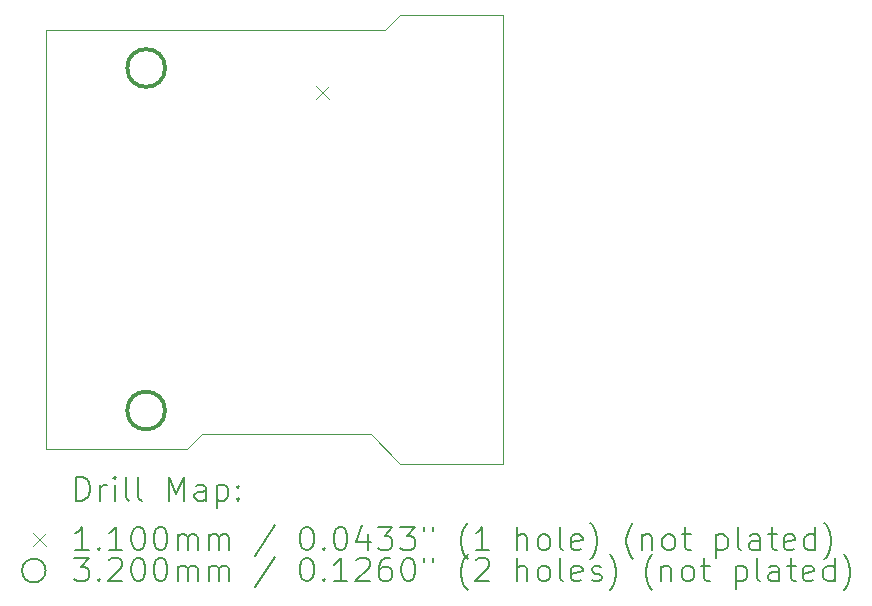
<source format=gbr>
%TF.GenerationSoftware,KiCad,Pcbnew,8.0.1*%
%TF.CreationDate,2024-09-10T20:12:56-04:00*%
%TF.ProjectId,SmartLED_Shield_Breakout,536d6172-744c-4454-945f-536869656c64,1.1*%
%TF.SameCoordinates,Original*%
%TF.FileFunction,Drillmap*%
%TF.FilePolarity,Positive*%
%FSLAX45Y45*%
G04 Gerber Fmt 4.5, Leading zero omitted, Abs format (unit mm)*
G04 Created by KiCad (PCBNEW 8.0.1) date 2024-09-10 20:12:56*
%MOMM*%
%LPD*%
G01*
G04 APERTURE LIST*
%ADD10C,0.025400*%
%ADD11C,0.200000*%
%ADD12C,0.110000*%
%ADD13C,0.320000*%
G04 APERTURE END LIST*
D10*
X15250000Y-9075001D02*
X13575000Y-9075000D01*
X15375000Y-12750000D02*
X16249999Y-12750000D01*
X13575000Y-12625000D02*
X13700000Y-12500000D01*
X12375000Y-9075000D02*
X12375000Y-12625000D01*
X15125000Y-12500000D02*
X15375000Y-12750000D01*
X13575000Y-9075000D02*
X12375000Y-9075000D01*
X13700000Y-12500000D02*
X15125000Y-12500000D01*
X16249999Y-12750000D02*
X16250000Y-8950001D01*
X16250000Y-8950001D02*
X15375000Y-8950001D01*
X12375000Y-12625000D02*
X13575000Y-12625000D01*
X15375000Y-8950001D02*
X15250000Y-9075001D01*
D11*
D12*
X14662800Y-9549400D02*
X14772800Y-9659400D01*
X14772800Y-9549400D02*
X14662800Y-9659400D01*
D13*
X13385000Y-9400000D02*
G75*
G02*
X13065000Y-9400000I-160000J0D01*
G01*
X13065000Y-9400000D02*
G75*
G02*
X13385000Y-9400000I160000J0D01*
G01*
X13385000Y-12300000D02*
G75*
G02*
X13065000Y-12300000I-160000J0D01*
G01*
X13065000Y-12300000D02*
G75*
G02*
X13385000Y-12300000I160000J0D01*
G01*
D11*
X12634507Y-13062754D02*
X12634507Y-12862754D01*
X12634507Y-12862754D02*
X12682126Y-12862754D01*
X12682126Y-12862754D02*
X12710697Y-12872278D01*
X12710697Y-12872278D02*
X12729745Y-12891325D01*
X12729745Y-12891325D02*
X12739269Y-12910373D01*
X12739269Y-12910373D02*
X12748792Y-12948468D01*
X12748792Y-12948468D02*
X12748792Y-12977039D01*
X12748792Y-12977039D02*
X12739269Y-13015135D01*
X12739269Y-13015135D02*
X12729745Y-13034182D01*
X12729745Y-13034182D02*
X12710697Y-13053230D01*
X12710697Y-13053230D02*
X12682126Y-13062754D01*
X12682126Y-13062754D02*
X12634507Y-13062754D01*
X12834507Y-13062754D02*
X12834507Y-12929420D01*
X12834507Y-12967516D02*
X12844031Y-12948468D01*
X12844031Y-12948468D02*
X12853554Y-12938944D01*
X12853554Y-12938944D02*
X12872602Y-12929420D01*
X12872602Y-12929420D02*
X12891650Y-12929420D01*
X12958316Y-13062754D02*
X12958316Y-12929420D01*
X12958316Y-12862754D02*
X12948792Y-12872278D01*
X12948792Y-12872278D02*
X12958316Y-12881801D01*
X12958316Y-12881801D02*
X12967840Y-12872278D01*
X12967840Y-12872278D02*
X12958316Y-12862754D01*
X12958316Y-12862754D02*
X12958316Y-12881801D01*
X13082126Y-13062754D02*
X13063078Y-13053230D01*
X13063078Y-13053230D02*
X13053554Y-13034182D01*
X13053554Y-13034182D02*
X13053554Y-12862754D01*
X13186888Y-13062754D02*
X13167840Y-13053230D01*
X13167840Y-13053230D02*
X13158316Y-13034182D01*
X13158316Y-13034182D02*
X13158316Y-12862754D01*
X13415459Y-13062754D02*
X13415459Y-12862754D01*
X13415459Y-12862754D02*
X13482126Y-13005611D01*
X13482126Y-13005611D02*
X13548792Y-12862754D01*
X13548792Y-12862754D02*
X13548792Y-13062754D01*
X13729745Y-13062754D02*
X13729745Y-12957992D01*
X13729745Y-12957992D02*
X13720221Y-12938944D01*
X13720221Y-12938944D02*
X13701173Y-12929420D01*
X13701173Y-12929420D02*
X13663078Y-12929420D01*
X13663078Y-12929420D02*
X13644031Y-12938944D01*
X13729745Y-13053230D02*
X13710697Y-13062754D01*
X13710697Y-13062754D02*
X13663078Y-13062754D01*
X13663078Y-13062754D02*
X13644031Y-13053230D01*
X13644031Y-13053230D02*
X13634507Y-13034182D01*
X13634507Y-13034182D02*
X13634507Y-13015135D01*
X13634507Y-13015135D02*
X13644031Y-12996087D01*
X13644031Y-12996087D02*
X13663078Y-12986563D01*
X13663078Y-12986563D02*
X13710697Y-12986563D01*
X13710697Y-12986563D02*
X13729745Y-12977039D01*
X13824983Y-12929420D02*
X13824983Y-13129420D01*
X13824983Y-12938944D02*
X13844031Y-12929420D01*
X13844031Y-12929420D02*
X13882126Y-12929420D01*
X13882126Y-12929420D02*
X13901173Y-12938944D01*
X13901173Y-12938944D02*
X13910697Y-12948468D01*
X13910697Y-12948468D02*
X13920221Y-12967516D01*
X13920221Y-12967516D02*
X13920221Y-13024658D01*
X13920221Y-13024658D02*
X13910697Y-13043706D01*
X13910697Y-13043706D02*
X13901173Y-13053230D01*
X13901173Y-13053230D02*
X13882126Y-13062754D01*
X13882126Y-13062754D02*
X13844031Y-13062754D01*
X13844031Y-13062754D02*
X13824983Y-13053230D01*
X14005935Y-13043706D02*
X14015459Y-13053230D01*
X14015459Y-13053230D02*
X14005935Y-13062754D01*
X14005935Y-13062754D02*
X13996412Y-13053230D01*
X13996412Y-13053230D02*
X14005935Y-13043706D01*
X14005935Y-13043706D02*
X14005935Y-13062754D01*
X14005935Y-12938944D02*
X14015459Y-12948468D01*
X14015459Y-12948468D02*
X14005935Y-12957992D01*
X14005935Y-12957992D02*
X13996412Y-12948468D01*
X13996412Y-12948468D02*
X14005935Y-12938944D01*
X14005935Y-12938944D02*
X14005935Y-12957992D01*
D12*
X12263730Y-13336270D02*
X12373730Y-13446270D01*
X12373730Y-13336270D02*
X12263730Y-13446270D01*
D11*
X12739269Y-13482754D02*
X12624983Y-13482754D01*
X12682126Y-13482754D02*
X12682126Y-13282754D01*
X12682126Y-13282754D02*
X12663078Y-13311325D01*
X12663078Y-13311325D02*
X12644031Y-13330373D01*
X12644031Y-13330373D02*
X12624983Y-13339897D01*
X12824983Y-13463706D02*
X12834507Y-13473230D01*
X12834507Y-13473230D02*
X12824983Y-13482754D01*
X12824983Y-13482754D02*
X12815459Y-13473230D01*
X12815459Y-13473230D02*
X12824983Y-13463706D01*
X12824983Y-13463706D02*
X12824983Y-13482754D01*
X13024983Y-13482754D02*
X12910697Y-13482754D01*
X12967840Y-13482754D02*
X12967840Y-13282754D01*
X12967840Y-13282754D02*
X12948792Y-13311325D01*
X12948792Y-13311325D02*
X12929745Y-13330373D01*
X12929745Y-13330373D02*
X12910697Y-13339897D01*
X13148792Y-13282754D02*
X13167840Y-13282754D01*
X13167840Y-13282754D02*
X13186888Y-13292278D01*
X13186888Y-13292278D02*
X13196412Y-13301801D01*
X13196412Y-13301801D02*
X13205935Y-13320849D01*
X13205935Y-13320849D02*
X13215459Y-13358944D01*
X13215459Y-13358944D02*
X13215459Y-13406563D01*
X13215459Y-13406563D02*
X13205935Y-13444658D01*
X13205935Y-13444658D02*
X13196412Y-13463706D01*
X13196412Y-13463706D02*
X13186888Y-13473230D01*
X13186888Y-13473230D02*
X13167840Y-13482754D01*
X13167840Y-13482754D02*
X13148792Y-13482754D01*
X13148792Y-13482754D02*
X13129745Y-13473230D01*
X13129745Y-13473230D02*
X13120221Y-13463706D01*
X13120221Y-13463706D02*
X13110697Y-13444658D01*
X13110697Y-13444658D02*
X13101173Y-13406563D01*
X13101173Y-13406563D02*
X13101173Y-13358944D01*
X13101173Y-13358944D02*
X13110697Y-13320849D01*
X13110697Y-13320849D02*
X13120221Y-13301801D01*
X13120221Y-13301801D02*
X13129745Y-13292278D01*
X13129745Y-13292278D02*
X13148792Y-13282754D01*
X13339269Y-13282754D02*
X13358316Y-13282754D01*
X13358316Y-13282754D02*
X13377364Y-13292278D01*
X13377364Y-13292278D02*
X13386888Y-13301801D01*
X13386888Y-13301801D02*
X13396412Y-13320849D01*
X13396412Y-13320849D02*
X13405935Y-13358944D01*
X13405935Y-13358944D02*
X13405935Y-13406563D01*
X13405935Y-13406563D02*
X13396412Y-13444658D01*
X13396412Y-13444658D02*
X13386888Y-13463706D01*
X13386888Y-13463706D02*
X13377364Y-13473230D01*
X13377364Y-13473230D02*
X13358316Y-13482754D01*
X13358316Y-13482754D02*
X13339269Y-13482754D01*
X13339269Y-13482754D02*
X13320221Y-13473230D01*
X13320221Y-13473230D02*
X13310697Y-13463706D01*
X13310697Y-13463706D02*
X13301173Y-13444658D01*
X13301173Y-13444658D02*
X13291650Y-13406563D01*
X13291650Y-13406563D02*
X13291650Y-13358944D01*
X13291650Y-13358944D02*
X13301173Y-13320849D01*
X13301173Y-13320849D02*
X13310697Y-13301801D01*
X13310697Y-13301801D02*
X13320221Y-13292278D01*
X13320221Y-13292278D02*
X13339269Y-13282754D01*
X13491650Y-13482754D02*
X13491650Y-13349420D01*
X13491650Y-13368468D02*
X13501173Y-13358944D01*
X13501173Y-13358944D02*
X13520221Y-13349420D01*
X13520221Y-13349420D02*
X13548793Y-13349420D01*
X13548793Y-13349420D02*
X13567840Y-13358944D01*
X13567840Y-13358944D02*
X13577364Y-13377992D01*
X13577364Y-13377992D02*
X13577364Y-13482754D01*
X13577364Y-13377992D02*
X13586888Y-13358944D01*
X13586888Y-13358944D02*
X13605935Y-13349420D01*
X13605935Y-13349420D02*
X13634507Y-13349420D01*
X13634507Y-13349420D02*
X13653554Y-13358944D01*
X13653554Y-13358944D02*
X13663078Y-13377992D01*
X13663078Y-13377992D02*
X13663078Y-13482754D01*
X13758316Y-13482754D02*
X13758316Y-13349420D01*
X13758316Y-13368468D02*
X13767840Y-13358944D01*
X13767840Y-13358944D02*
X13786888Y-13349420D01*
X13786888Y-13349420D02*
X13815459Y-13349420D01*
X13815459Y-13349420D02*
X13834507Y-13358944D01*
X13834507Y-13358944D02*
X13844031Y-13377992D01*
X13844031Y-13377992D02*
X13844031Y-13482754D01*
X13844031Y-13377992D02*
X13853554Y-13358944D01*
X13853554Y-13358944D02*
X13872602Y-13349420D01*
X13872602Y-13349420D02*
X13901173Y-13349420D01*
X13901173Y-13349420D02*
X13920221Y-13358944D01*
X13920221Y-13358944D02*
X13929745Y-13377992D01*
X13929745Y-13377992D02*
X13929745Y-13482754D01*
X14320221Y-13273230D02*
X14148793Y-13530373D01*
X14577364Y-13282754D02*
X14596412Y-13282754D01*
X14596412Y-13282754D02*
X14615459Y-13292278D01*
X14615459Y-13292278D02*
X14624983Y-13301801D01*
X14624983Y-13301801D02*
X14634507Y-13320849D01*
X14634507Y-13320849D02*
X14644031Y-13358944D01*
X14644031Y-13358944D02*
X14644031Y-13406563D01*
X14644031Y-13406563D02*
X14634507Y-13444658D01*
X14634507Y-13444658D02*
X14624983Y-13463706D01*
X14624983Y-13463706D02*
X14615459Y-13473230D01*
X14615459Y-13473230D02*
X14596412Y-13482754D01*
X14596412Y-13482754D02*
X14577364Y-13482754D01*
X14577364Y-13482754D02*
X14558316Y-13473230D01*
X14558316Y-13473230D02*
X14548793Y-13463706D01*
X14548793Y-13463706D02*
X14539269Y-13444658D01*
X14539269Y-13444658D02*
X14529745Y-13406563D01*
X14529745Y-13406563D02*
X14529745Y-13358944D01*
X14529745Y-13358944D02*
X14539269Y-13320849D01*
X14539269Y-13320849D02*
X14548793Y-13301801D01*
X14548793Y-13301801D02*
X14558316Y-13292278D01*
X14558316Y-13292278D02*
X14577364Y-13282754D01*
X14729745Y-13463706D02*
X14739269Y-13473230D01*
X14739269Y-13473230D02*
X14729745Y-13482754D01*
X14729745Y-13482754D02*
X14720221Y-13473230D01*
X14720221Y-13473230D02*
X14729745Y-13463706D01*
X14729745Y-13463706D02*
X14729745Y-13482754D01*
X14863078Y-13282754D02*
X14882126Y-13282754D01*
X14882126Y-13282754D02*
X14901174Y-13292278D01*
X14901174Y-13292278D02*
X14910697Y-13301801D01*
X14910697Y-13301801D02*
X14920221Y-13320849D01*
X14920221Y-13320849D02*
X14929745Y-13358944D01*
X14929745Y-13358944D02*
X14929745Y-13406563D01*
X14929745Y-13406563D02*
X14920221Y-13444658D01*
X14920221Y-13444658D02*
X14910697Y-13463706D01*
X14910697Y-13463706D02*
X14901174Y-13473230D01*
X14901174Y-13473230D02*
X14882126Y-13482754D01*
X14882126Y-13482754D02*
X14863078Y-13482754D01*
X14863078Y-13482754D02*
X14844031Y-13473230D01*
X14844031Y-13473230D02*
X14834507Y-13463706D01*
X14834507Y-13463706D02*
X14824983Y-13444658D01*
X14824983Y-13444658D02*
X14815459Y-13406563D01*
X14815459Y-13406563D02*
X14815459Y-13358944D01*
X14815459Y-13358944D02*
X14824983Y-13320849D01*
X14824983Y-13320849D02*
X14834507Y-13301801D01*
X14834507Y-13301801D02*
X14844031Y-13292278D01*
X14844031Y-13292278D02*
X14863078Y-13282754D01*
X15101174Y-13349420D02*
X15101174Y-13482754D01*
X15053555Y-13273230D02*
X15005936Y-13416087D01*
X15005936Y-13416087D02*
X15129745Y-13416087D01*
X15186888Y-13282754D02*
X15310697Y-13282754D01*
X15310697Y-13282754D02*
X15244031Y-13358944D01*
X15244031Y-13358944D02*
X15272602Y-13358944D01*
X15272602Y-13358944D02*
X15291650Y-13368468D01*
X15291650Y-13368468D02*
X15301174Y-13377992D01*
X15301174Y-13377992D02*
X15310697Y-13397039D01*
X15310697Y-13397039D02*
X15310697Y-13444658D01*
X15310697Y-13444658D02*
X15301174Y-13463706D01*
X15301174Y-13463706D02*
X15291650Y-13473230D01*
X15291650Y-13473230D02*
X15272602Y-13482754D01*
X15272602Y-13482754D02*
X15215459Y-13482754D01*
X15215459Y-13482754D02*
X15196412Y-13473230D01*
X15196412Y-13473230D02*
X15186888Y-13463706D01*
X15377364Y-13282754D02*
X15501174Y-13282754D01*
X15501174Y-13282754D02*
X15434507Y-13358944D01*
X15434507Y-13358944D02*
X15463078Y-13358944D01*
X15463078Y-13358944D02*
X15482126Y-13368468D01*
X15482126Y-13368468D02*
X15491650Y-13377992D01*
X15491650Y-13377992D02*
X15501174Y-13397039D01*
X15501174Y-13397039D02*
X15501174Y-13444658D01*
X15501174Y-13444658D02*
X15491650Y-13463706D01*
X15491650Y-13463706D02*
X15482126Y-13473230D01*
X15482126Y-13473230D02*
X15463078Y-13482754D01*
X15463078Y-13482754D02*
X15405936Y-13482754D01*
X15405936Y-13482754D02*
X15386888Y-13473230D01*
X15386888Y-13473230D02*
X15377364Y-13463706D01*
X15577364Y-13282754D02*
X15577364Y-13320849D01*
X15653555Y-13282754D02*
X15653555Y-13320849D01*
X15948793Y-13558944D02*
X15939269Y-13549420D01*
X15939269Y-13549420D02*
X15920221Y-13520849D01*
X15920221Y-13520849D02*
X15910698Y-13501801D01*
X15910698Y-13501801D02*
X15901174Y-13473230D01*
X15901174Y-13473230D02*
X15891650Y-13425611D01*
X15891650Y-13425611D02*
X15891650Y-13387516D01*
X15891650Y-13387516D02*
X15901174Y-13339897D01*
X15901174Y-13339897D02*
X15910698Y-13311325D01*
X15910698Y-13311325D02*
X15920221Y-13292278D01*
X15920221Y-13292278D02*
X15939269Y-13263706D01*
X15939269Y-13263706D02*
X15948793Y-13254182D01*
X16129745Y-13482754D02*
X16015459Y-13482754D01*
X16072602Y-13482754D02*
X16072602Y-13282754D01*
X16072602Y-13282754D02*
X16053555Y-13311325D01*
X16053555Y-13311325D02*
X16034507Y-13330373D01*
X16034507Y-13330373D02*
X16015459Y-13339897D01*
X16367840Y-13482754D02*
X16367840Y-13282754D01*
X16453555Y-13482754D02*
X16453555Y-13377992D01*
X16453555Y-13377992D02*
X16444031Y-13358944D01*
X16444031Y-13358944D02*
X16424983Y-13349420D01*
X16424983Y-13349420D02*
X16396412Y-13349420D01*
X16396412Y-13349420D02*
X16377364Y-13358944D01*
X16377364Y-13358944D02*
X16367840Y-13368468D01*
X16577364Y-13482754D02*
X16558317Y-13473230D01*
X16558317Y-13473230D02*
X16548793Y-13463706D01*
X16548793Y-13463706D02*
X16539269Y-13444658D01*
X16539269Y-13444658D02*
X16539269Y-13387516D01*
X16539269Y-13387516D02*
X16548793Y-13368468D01*
X16548793Y-13368468D02*
X16558317Y-13358944D01*
X16558317Y-13358944D02*
X16577364Y-13349420D01*
X16577364Y-13349420D02*
X16605936Y-13349420D01*
X16605936Y-13349420D02*
X16624983Y-13358944D01*
X16624983Y-13358944D02*
X16634507Y-13368468D01*
X16634507Y-13368468D02*
X16644031Y-13387516D01*
X16644031Y-13387516D02*
X16644031Y-13444658D01*
X16644031Y-13444658D02*
X16634507Y-13463706D01*
X16634507Y-13463706D02*
X16624983Y-13473230D01*
X16624983Y-13473230D02*
X16605936Y-13482754D01*
X16605936Y-13482754D02*
X16577364Y-13482754D01*
X16758317Y-13482754D02*
X16739269Y-13473230D01*
X16739269Y-13473230D02*
X16729745Y-13454182D01*
X16729745Y-13454182D02*
X16729745Y-13282754D01*
X16910698Y-13473230D02*
X16891650Y-13482754D01*
X16891650Y-13482754D02*
X16853555Y-13482754D01*
X16853555Y-13482754D02*
X16834507Y-13473230D01*
X16834507Y-13473230D02*
X16824983Y-13454182D01*
X16824983Y-13454182D02*
X16824983Y-13377992D01*
X16824983Y-13377992D02*
X16834507Y-13358944D01*
X16834507Y-13358944D02*
X16853555Y-13349420D01*
X16853555Y-13349420D02*
X16891650Y-13349420D01*
X16891650Y-13349420D02*
X16910698Y-13358944D01*
X16910698Y-13358944D02*
X16920222Y-13377992D01*
X16920222Y-13377992D02*
X16920222Y-13397039D01*
X16920222Y-13397039D02*
X16824983Y-13416087D01*
X16986888Y-13558944D02*
X16996412Y-13549420D01*
X16996412Y-13549420D02*
X17015460Y-13520849D01*
X17015460Y-13520849D02*
X17024983Y-13501801D01*
X17024983Y-13501801D02*
X17034507Y-13473230D01*
X17034507Y-13473230D02*
X17044031Y-13425611D01*
X17044031Y-13425611D02*
X17044031Y-13387516D01*
X17044031Y-13387516D02*
X17034507Y-13339897D01*
X17034507Y-13339897D02*
X17024983Y-13311325D01*
X17024983Y-13311325D02*
X17015460Y-13292278D01*
X17015460Y-13292278D02*
X16996412Y-13263706D01*
X16996412Y-13263706D02*
X16986888Y-13254182D01*
X17348793Y-13558944D02*
X17339269Y-13549420D01*
X17339269Y-13549420D02*
X17320222Y-13520849D01*
X17320222Y-13520849D02*
X17310698Y-13501801D01*
X17310698Y-13501801D02*
X17301174Y-13473230D01*
X17301174Y-13473230D02*
X17291650Y-13425611D01*
X17291650Y-13425611D02*
X17291650Y-13387516D01*
X17291650Y-13387516D02*
X17301174Y-13339897D01*
X17301174Y-13339897D02*
X17310698Y-13311325D01*
X17310698Y-13311325D02*
X17320222Y-13292278D01*
X17320222Y-13292278D02*
X17339269Y-13263706D01*
X17339269Y-13263706D02*
X17348793Y-13254182D01*
X17424983Y-13349420D02*
X17424983Y-13482754D01*
X17424983Y-13368468D02*
X17434507Y-13358944D01*
X17434507Y-13358944D02*
X17453555Y-13349420D01*
X17453555Y-13349420D02*
X17482126Y-13349420D01*
X17482126Y-13349420D02*
X17501174Y-13358944D01*
X17501174Y-13358944D02*
X17510698Y-13377992D01*
X17510698Y-13377992D02*
X17510698Y-13482754D01*
X17634507Y-13482754D02*
X17615460Y-13473230D01*
X17615460Y-13473230D02*
X17605936Y-13463706D01*
X17605936Y-13463706D02*
X17596412Y-13444658D01*
X17596412Y-13444658D02*
X17596412Y-13387516D01*
X17596412Y-13387516D02*
X17605936Y-13368468D01*
X17605936Y-13368468D02*
X17615460Y-13358944D01*
X17615460Y-13358944D02*
X17634507Y-13349420D01*
X17634507Y-13349420D02*
X17663079Y-13349420D01*
X17663079Y-13349420D02*
X17682126Y-13358944D01*
X17682126Y-13358944D02*
X17691650Y-13368468D01*
X17691650Y-13368468D02*
X17701174Y-13387516D01*
X17701174Y-13387516D02*
X17701174Y-13444658D01*
X17701174Y-13444658D02*
X17691650Y-13463706D01*
X17691650Y-13463706D02*
X17682126Y-13473230D01*
X17682126Y-13473230D02*
X17663079Y-13482754D01*
X17663079Y-13482754D02*
X17634507Y-13482754D01*
X17758317Y-13349420D02*
X17834507Y-13349420D01*
X17786888Y-13282754D02*
X17786888Y-13454182D01*
X17786888Y-13454182D02*
X17796412Y-13473230D01*
X17796412Y-13473230D02*
X17815460Y-13482754D01*
X17815460Y-13482754D02*
X17834507Y-13482754D01*
X18053555Y-13349420D02*
X18053555Y-13549420D01*
X18053555Y-13358944D02*
X18072603Y-13349420D01*
X18072603Y-13349420D02*
X18110698Y-13349420D01*
X18110698Y-13349420D02*
X18129745Y-13358944D01*
X18129745Y-13358944D02*
X18139269Y-13368468D01*
X18139269Y-13368468D02*
X18148793Y-13387516D01*
X18148793Y-13387516D02*
X18148793Y-13444658D01*
X18148793Y-13444658D02*
X18139269Y-13463706D01*
X18139269Y-13463706D02*
X18129745Y-13473230D01*
X18129745Y-13473230D02*
X18110698Y-13482754D01*
X18110698Y-13482754D02*
X18072603Y-13482754D01*
X18072603Y-13482754D02*
X18053555Y-13473230D01*
X18263079Y-13482754D02*
X18244031Y-13473230D01*
X18244031Y-13473230D02*
X18234507Y-13454182D01*
X18234507Y-13454182D02*
X18234507Y-13282754D01*
X18424984Y-13482754D02*
X18424984Y-13377992D01*
X18424984Y-13377992D02*
X18415460Y-13358944D01*
X18415460Y-13358944D02*
X18396412Y-13349420D01*
X18396412Y-13349420D02*
X18358317Y-13349420D01*
X18358317Y-13349420D02*
X18339269Y-13358944D01*
X18424984Y-13473230D02*
X18405936Y-13482754D01*
X18405936Y-13482754D02*
X18358317Y-13482754D01*
X18358317Y-13482754D02*
X18339269Y-13473230D01*
X18339269Y-13473230D02*
X18329745Y-13454182D01*
X18329745Y-13454182D02*
X18329745Y-13435135D01*
X18329745Y-13435135D02*
X18339269Y-13416087D01*
X18339269Y-13416087D02*
X18358317Y-13406563D01*
X18358317Y-13406563D02*
X18405936Y-13406563D01*
X18405936Y-13406563D02*
X18424984Y-13397039D01*
X18491650Y-13349420D02*
X18567841Y-13349420D01*
X18520222Y-13282754D02*
X18520222Y-13454182D01*
X18520222Y-13454182D02*
X18529745Y-13473230D01*
X18529745Y-13473230D02*
X18548793Y-13482754D01*
X18548793Y-13482754D02*
X18567841Y-13482754D01*
X18710698Y-13473230D02*
X18691650Y-13482754D01*
X18691650Y-13482754D02*
X18653555Y-13482754D01*
X18653555Y-13482754D02*
X18634507Y-13473230D01*
X18634507Y-13473230D02*
X18624984Y-13454182D01*
X18624984Y-13454182D02*
X18624984Y-13377992D01*
X18624984Y-13377992D02*
X18634507Y-13358944D01*
X18634507Y-13358944D02*
X18653555Y-13349420D01*
X18653555Y-13349420D02*
X18691650Y-13349420D01*
X18691650Y-13349420D02*
X18710698Y-13358944D01*
X18710698Y-13358944D02*
X18720222Y-13377992D01*
X18720222Y-13377992D02*
X18720222Y-13397039D01*
X18720222Y-13397039D02*
X18624984Y-13416087D01*
X18891650Y-13482754D02*
X18891650Y-13282754D01*
X18891650Y-13473230D02*
X18872603Y-13482754D01*
X18872603Y-13482754D02*
X18834507Y-13482754D01*
X18834507Y-13482754D02*
X18815460Y-13473230D01*
X18815460Y-13473230D02*
X18805936Y-13463706D01*
X18805936Y-13463706D02*
X18796412Y-13444658D01*
X18796412Y-13444658D02*
X18796412Y-13387516D01*
X18796412Y-13387516D02*
X18805936Y-13368468D01*
X18805936Y-13368468D02*
X18815460Y-13358944D01*
X18815460Y-13358944D02*
X18834507Y-13349420D01*
X18834507Y-13349420D02*
X18872603Y-13349420D01*
X18872603Y-13349420D02*
X18891650Y-13358944D01*
X18967841Y-13558944D02*
X18977365Y-13549420D01*
X18977365Y-13549420D02*
X18996412Y-13520849D01*
X18996412Y-13520849D02*
X19005936Y-13501801D01*
X19005936Y-13501801D02*
X19015460Y-13473230D01*
X19015460Y-13473230D02*
X19024984Y-13425611D01*
X19024984Y-13425611D02*
X19024984Y-13387516D01*
X19024984Y-13387516D02*
X19015460Y-13339897D01*
X19015460Y-13339897D02*
X19005936Y-13311325D01*
X19005936Y-13311325D02*
X18996412Y-13292278D01*
X18996412Y-13292278D02*
X18977365Y-13263706D01*
X18977365Y-13263706D02*
X18967841Y-13254182D01*
X12373730Y-13655270D02*
G75*
G02*
X12173730Y-13655270I-100000J0D01*
G01*
X12173730Y-13655270D02*
G75*
G02*
X12373730Y-13655270I100000J0D01*
G01*
X12615459Y-13546754D02*
X12739269Y-13546754D01*
X12739269Y-13546754D02*
X12672602Y-13622944D01*
X12672602Y-13622944D02*
X12701173Y-13622944D01*
X12701173Y-13622944D02*
X12720221Y-13632468D01*
X12720221Y-13632468D02*
X12729745Y-13641992D01*
X12729745Y-13641992D02*
X12739269Y-13661039D01*
X12739269Y-13661039D02*
X12739269Y-13708658D01*
X12739269Y-13708658D02*
X12729745Y-13727706D01*
X12729745Y-13727706D02*
X12720221Y-13737230D01*
X12720221Y-13737230D02*
X12701173Y-13746754D01*
X12701173Y-13746754D02*
X12644031Y-13746754D01*
X12644031Y-13746754D02*
X12624983Y-13737230D01*
X12624983Y-13737230D02*
X12615459Y-13727706D01*
X12824983Y-13727706D02*
X12834507Y-13737230D01*
X12834507Y-13737230D02*
X12824983Y-13746754D01*
X12824983Y-13746754D02*
X12815459Y-13737230D01*
X12815459Y-13737230D02*
X12824983Y-13727706D01*
X12824983Y-13727706D02*
X12824983Y-13746754D01*
X12910697Y-13565801D02*
X12920221Y-13556278D01*
X12920221Y-13556278D02*
X12939269Y-13546754D01*
X12939269Y-13546754D02*
X12986888Y-13546754D01*
X12986888Y-13546754D02*
X13005935Y-13556278D01*
X13005935Y-13556278D02*
X13015459Y-13565801D01*
X13015459Y-13565801D02*
X13024983Y-13584849D01*
X13024983Y-13584849D02*
X13024983Y-13603897D01*
X13024983Y-13603897D02*
X13015459Y-13632468D01*
X13015459Y-13632468D02*
X12901173Y-13746754D01*
X12901173Y-13746754D02*
X13024983Y-13746754D01*
X13148792Y-13546754D02*
X13167840Y-13546754D01*
X13167840Y-13546754D02*
X13186888Y-13556278D01*
X13186888Y-13556278D02*
X13196412Y-13565801D01*
X13196412Y-13565801D02*
X13205935Y-13584849D01*
X13205935Y-13584849D02*
X13215459Y-13622944D01*
X13215459Y-13622944D02*
X13215459Y-13670563D01*
X13215459Y-13670563D02*
X13205935Y-13708658D01*
X13205935Y-13708658D02*
X13196412Y-13727706D01*
X13196412Y-13727706D02*
X13186888Y-13737230D01*
X13186888Y-13737230D02*
X13167840Y-13746754D01*
X13167840Y-13746754D02*
X13148792Y-13746754D01*
X13148792Y-13746754D02*
X13129745Y-13737230D01*
X13129745Y-13737230D02*
X13120221Y-13727706D01*
X13120221Y-13727706D02*
X13110697Y-13708658D01*
X13110697Y-13708658D02*
X13101173Y-13670563D01*
X13101173Y-13670563D02*
X13101173Y-13622944D01*
X13101173Y-13622944D02*
X13110697Y-13584849D01*
X13110697Y-13584849D02*
X13120221Y-13565801D01*
X13120221Y-13565801D02*
X13129745Y-13556278D01*
X13129745Y-13556278D02*
X13148792Y-13546754D01*
X13339269Y-13546754D02*
X13358316Y-13546754D01*
X13358316Y-13546754D02*
X13377364Y-13556278D01*
X13377364Y-13556278D02*
X13386888Y-13565801D01*
X13386888Y-13565801D02*
X13396412Y-13584849D01*
X13396412Y-13584849D02*
X13405935Y-13622944D01*
X13405935Y-13622944D02*
X13405935Y-13670563D01*
X13405935Y-13670563D02*
X13396412Y-13708658D01*
X13396412Y-13708658D02*
X13386888Y-13727706D01*
X13386888Y-13727706D02*
X13377364Y-13737230D01*
X13377364Y-13737230D02*
X13358316Y-13746754D01*
X13358316Y-13746754D02*
X13339269Y-13746754D01*
X13339269Y-13746754D02*
X13320221Y-13737230D01*
X13320221Y-13737230D02*
X13310697Y-13727706D01*
X13310697Y-13727706D02*
X13301173Y-13708658D01*
X13301173Y-13708658D02*
X13291650Y-13670563D01*
X13291650Y-13670563D02*
X13291650Y-13622944D01*
X13291650Y-13622944D02*
X13301173Y-13584849D01*
X13301173Y-13584849D02*
X13310697Y-13565801D01*
X13310697Y-13565801D02*
X13320221Y-13556278D01*
X13320221Y-13556278D02*
X13339269Y-13546754D01*
X13491650Y-13746754D02*
X13491650Y-13613420D01*
X13491650Y-13632468D02*
X13501173Y-13622944D01*
X13501173Y-13622944D02*
X13520221Y-13613420D01*
X13520221Y-13613420D02*
X13548793Y-13613420D01*
X13548793Y-13613420D02*
X13567840Y-13622944D01*
X13567840Y-13622944D02*
X13577364Y-13641992D01*
X13577364Y-13641992D02*
X13577364Y-13746754D01*
X13577364Y-13641992D02*
X13586888Y-13622944D01*
X13586888Y-13622944D02*
X13605935Y-13613420D01*
X13605935Y-13613420D02*
X13634507Y-13613420D01*
X13634507Y-13613420D02*
X13653554Y-13622944D01*
X13653554Y-13622944D02*
X13663078Y-13641992D01*
X13663078Y-13641992D02*
X13663078Y-13746754D01*
X13758316Y-13746754D02*
X13758316Y-13613420D01*
X13758316Y-13632468D02*
X13767840Y-13622944D01*
X13767840Y-13622944D02*
X13786888Y-13613420D01*
X13786888Y-13613420D02*
X13815459Y-13613420D01*
X13815459Y-13613420D02*
X13834507Y-13622944D01*
X13834507Y-13622944D02*
X13844031Y-13641992D01*
X13844031Y-13641992D02*
X13844031Y-13746754D01*
X13844031Y-13641992D02*
X13853554Y-13622944D01*
X13853554Y-13622944D02*
X13872602Y-13613420D01*
X13872602Y-13613420D02*
X13901173Y-13613420D01*
X13901173Y-13613420D02*
X13920221Y-13622944D01*
X13920221Y-13622944D02*
X13929745Y-13641992D01*
X13929745Y-13641992D02*
X13929745Y-13746754D01*
X14320221Y-13537230D02*
X14148793Y-13794373D01*
X14577364Y-13546754D02*
X14596412Y-13546754D01*
X14596412Y-13546754D02*
X14615459Y-13556278D01*
X14615459Y-13556278D02*
X14624983Y-13565801D01*
X14624983Y-13565801D02*
X14634507Y-13584849D01*
X14634507Y-13584849D02*
X14644031Y-13622944D01*
X14644031Y-13622944D02*
X14644031Y-13670563D01*
X14644031Y-13670563D02*
X14634507Y-13708658D01*
X14634507Y-13708658D02*
X14624983Y-13727706D01*
X14624983Y-13727706D02*
X14615459Y-13737230D01*
X14615459Y-13737230D02*
X14596412Y-13746754D01*
X14596412Y-13746754D02*
X14577364Y-13746754D01*
X14577364Y-13746754D02*
X14558316Y-13737230D01*
X14558316Y-13737230D02*
X14548793Y-13727706D01*
X14548793Y-13727706D02*
X14539269Y-13708658D01*
X14539269Y-13708658D02*
X14529745Y-13670563D01*
X14529745Y-13670563D02*
X14529745Y-13622944D01*
X14529745Y-13622944D02*
X14539269Y-13584849D01*
X14539269Y-13584849D02*
X14548793Y-13565801D01*
X14548793Y-13565801D02*
X14558316Y-13556278D01*
X14558316Y-13556278D02*
X14577364Y-13546754D01*
X14729745Y-13727706D02*
X14739269Y-13737230D01*
X14739269Y-13737230D02*
X14729745Y-13746754D01*
X14729745Y-13746754D02*
X14720221Y-13737230D01*
X14720221Y-13737230D02*
X14729745Y-13727706D01*
X14729745Y-13727706D02*
X14729745Y-13746754D01*
X14929745Y-13746754D02*
X14815459Y-13746754D01*
X14872602Y-13746754D02*
X14872602Y-13546754D01*
X14872602Y-13546754D02*
X14853555Y-13575325D01*
X14853555Y-13575325D02*
X14834507Y-13594373D01*
X14834507Y-13594373D02*
X14815459Y-13603897D01*
X15005936Y-13565801D02*
X15015459Y-13556278D01*
X15015459Y-13556278D02*
X15034507Y-13546754D01*
X15034507Y-13546754D02*
X15082126Y-13546754D01*
X15082126Y-13546754D02*
X15101174Y-13556278D01*
X15101174Y-13556278D02*
X15110697Y-13565801D01*
X15110697Y-13565801D02*
X15120221Y-13584849D01*
X15120221Y-13584849D02*
X15120221Y-13603897D01*
X15120221Y-13603897D02*
X15110697Y-13632468D01*
X15110697Y-13632468D02*
X14996412Y-13746754D01*
X14996412Y-13746754D02*
X15120221Y-13746754D01*
X15291650Y-13546754D02*
X15253555Y-13546754D01*
X15253555Y-13546754D02*
X15234507Y-13556278D01*
X15234507Y-13556278D02*
X15224983Y-13565801D01*
X15224983Y-13565801D02*
X15205936Y-13594373D01*
X15205936Y-13594373D02*
X15196412Y-13632468D01*
X15196412Y-13632468D02*
X15196412Y-13708658D01*
X15196412Y-13708658D02*
X15205936Y-13727706D01*
X15205936Y-13727706D02*
X15215459Y-13737230D01*
X15215459Y-13737230D02*
X15234507Y-13746754D01*
X15234507Y-13746754D02*
X15272602Y-13746754D01*
X15272602Y-13746754D02*
X15291650Y-13737230D01*
X15291650Y-13737230D02*
X15301174Y-13727706D01*
X15301174Y-13727706D02*
X15310697Y-13708658D01*
X15310697Y-13708658D02*
X15310697Y-13661039D01*
X15310697Y-13661039D02*
X15301174Y-13641992D01*
X15301174Y-13641992D02*
X15291650Y-13632468D01*
X15291650Y-13632468D02*
X15272602Y-13622944D01*
X15272602Y-13622944D02*
X15234507Y-13622944D01*
X15234507Y-13622944D02*
X15215459Y-13632468D01*
X15215459Y-13632468D02*
X15205936Y-13641992D01*
X15205936Y-13641992D02*
X15196412Y-13661039D01*
X15434507Y-13546754D02*
X15453555Y-13546754D01*
X15453555Y-13546754D02*
X15472602Y-13556278D01*
X15472602Y-13556278D02*
X15482126Y-13565801D01*
X15482126Y-13565801D02*
X15491650Y-13584849D01*
X15491650Y-13584849D02*
X15501174Y-13622944D01*
X15501174Y-13622944D02*
X15501174Y-13670563D01*
X15501174Y-13670563D02*
X15491650Y-13708658D01*
X15491650Y-13708658D02*
X15482126Y-13727706D01*
X15482126Y-13727706D02*
X15472602Y-13737230D01*
X15472602Y-13737230D02*
X15453555Y-13746754D01*
X15453555Y-13746754D02*
X15434507Y-13746754D01*
X15434507Y-13746754D02*
X15415459Y-13737230D01*
X15415459Y-13737230D02*
X15405936Y-13727706D01*
X15405936Y-13727706D02*
X15396412Y-13708658D01*
X15396412Y-13708658D02*
X15386888Y-13670563D01*
X15386888Y-13670563D02*
X15386888Y-13622944D01*
X15386888Y-13622944D02*
X15396412Y-13584849D01*
X15396412Y-13584849D02*
X15405936Y-13565801D01*
X15405936Y-13565801D02*
X15415459Y-13556278D01*
X15415459Y-13556278D02*
X15434507Y-13546754D01*
X15577364Y-13546754D02*
X15577364Y-13584849D01*
X15653555Y-13546754D02*
X15653555Y-13584849D01*
X15948793Y-13822944D02*
X15939269Y-13813420D01*
X15939269Y-13813420D02*
X15920221Y-13784849D01*
X15920221Y-13784849D02*
X15910698Y-13765801D01*
X15910698Y-13765801D02*
X15901174Y-13737230D01*
X15901174Y-13737230D02*
X15891650Y-13689611D01*
X15891650Y-13689611D02*
X15891650Y-13651516D01*
X15891650Y-13651516D02*
X15901174Y-13603897D01*
X15901174Y-13603897D02*
X15910698Y-13575325D01*
X15910698Y-13575325D02*
X15920221Y-13556278D01*
X15920221Y-13556278D02*
X15939269Y-13527706D01*
X15939269Y-13527706D02*
X15948793Y-13518182D01*
X16015459Y-13565801D02*
X16024983Y-13556278D01*
X16024983Y-13556278D02*
X16044031Y-13546754D01*
X16044031Y-13546754D02*
X16091650Y-13546754D01*
X16091650Y-13546754D02*
X16110698Y-13556278D01*
X16110698Y-13556278D02*
X16120221Y-13565801D01*
X16120221Y-13565801D02*
X16129745Y-13584849D01*
X16129745Y-13584849D02*
X16129745Y-13603897D01*
X16129745Y-13603897D02*
X16120221Y-13632468D01*
X16120221Y-13632468D02*
X16005936Y-13746754D01*
X16005936Y-13746754D02*
X16129745Y-13746754D01*
X16367840Y-13746754D02*
X16367840Y-13546754D01*
X16453555Y-13746754D02*
X16453555Y-13641992D01*
X16453555Y-13641992D02*
X16444031Y-13622944D01*
X16444031Y-13622944D02*
X16424983Y-13613420D01*
X16424983Y-13613420D02*
X16396412Y-13613420D01*
X16396412Y-13613420D02*
X16377364Y-13622944D01*
X16377364Y-13622944D02*
X16367840Y-13632468D01*
X16577364Y-13746754D02*
X16558317Y-13737230D01*
X16558317Y-13737230D02*
X16548793Y-13727706D01*
X16548793Y-13727706D02*
X16539269Y-13708658D01*
X16539269Y-13708658D02*
X16539269Y-13651516D01*
X16539269Y-13651516D02*
X16548793Y-13632468D01*
X16548793Y-13632468D02*
X16558317Y-13622944D01*
X16558317Y-13622944D02*
X16577364Y-13613420D01*
X16577364Y-13613420D02*
X16605936Y-13613420D01*
X16605936Y-13613420D02*
X16624983Y-13622944D01*
X16624983Y-13622944D02*
X16634507Y-13632468D01*
X16634507Y-13632468D02*
X16644031Y-13651516D01*
X16644031Y-13651516D02*
X16644031Y-13708658D01*
X16644031Y-13708658D02*
X16634507Y-13727706D01*
X16634507Y-13727706D02*
X16624983Y-13737230D01*
X16624983Y-13737230D02*
X16605936Y-13746754D01*
X16605936Y-13746754D02*
X16577364Y-13746754D01*
X16758317Y-13746754D02*
X16739269Y-13737230D01*
X16739269Y-13737230D02*
X16729745Y-13718182D01*
X16729745Y-13718182D02*
X16729745Y-13546754D01*
X16910698Y-13737230D02*
X16891650Y-13746754D01*
X16891650Y-13746754D02*
X16853555Y-13746754D01*
X16853555Y-13746754D02*
X16834507Y-13737230D01*
X16834507Y-13737230D02*
X16824983Y-13718182D01*
X16824983Y-13718182D02*
X16824983Y-13641992D01*
X16824983Y-13641992D02*
X16834507Y-13622944D01*
X16834507Y-13622944D02*
X16853555Y-13613420D01*
X16853555Y-13613420D02*
X16891650Y-13613420D01*
X16891650Y-13613420D02*
X16910698Y-13622944D01*
X16910698Y-13622944D02*
X16920222Y-13641992D01*
X16920222Y-13641992D02*
X16920222Y-13661039D01*
X16920222Y-13661039D02*
X16824983Y-13680087D01*
X16996412Y-13737230D02*
X17015460Y-13746754D01*
X17015460Y-13746754D02*
X17053555Y-13746754D01*
X17053555Y-13746754D02*
X17072603Y-13737230D01*
X17072603Y-13737230D02*
X17082126Y-13718182D01*
X17082126Y-13718182D02*
X17082126Y-13708658D01*
X17082126Y-13708658D02*
X17072603Y-13689611D01*
X17072603Y-13689611D02*
X17053555Y-13680087D01*
X17053555Y-13680087D02*
X17024983Y-13680087D01*
X17024983Y-13680087D02*
X17005936Y-13670563D01*
X17005936Y-13670563D02*
X16996412Y-13651516D01*
X16996412Y-13651516D02*
X16996412Y-13641992D01*
X16996412Y-13641992D02*
X17005936Y-13622944D01*
X17005936Y-13622944D02*
X17024983Y-13613420D01*
X17024983Y-13613420D02*
X17053555Y-13613420D01*
X17053555Y-13613420D02*
X17072603Y-13622944D01*
X17148793Y-13822944D02*
X17158317Y-13813420D01*
X17158317Y-13813420D02*
X17177364Y-13784849D01*
X17177364Y-13784849D02*
X17186888Y-13765801D01*
X17186888Y-13765801D02*
X17196412Y-13737230D01*
X17196412Y-13737230D02*
X17205936Y-13689611D01*
X17205936Y-13689611D02*
X17205936Y-13651516D01*
X17205936Y-13651516D02*
X17196412Y-13603897D01*
X17196412Y-13603897D02*
X17186888Y-13575325D01*
X17186888Y-13575325D02*
X17177364Y-13556278D01*
X17177364Y-13556278D02*
X17158317Y-13527706D01*
X17158317Y-13527706D02*
X17148793Y-13518182D01*
X17510698Y-13822944D02*
X17501174Y-13813420D01*
X17501174Y-13813420D02*
X17482126Y-13784849D01*
X17482126Y-13784849D02*
X17472603Y-13765801D01*
X17472603Y-13765801D02*
X17463079Y-13737230D01*
X17463079Y-13737230D02*
X17453555Y-13689611D01*
X17453555Y-13689611D02*
X17453555Y-13651516D01*
X17453555Y-13651516D02*
X17463079Y-13603897D01*
X17463079Y-13603897D02*
X17472603Y-13575325D01*
X17472603Y-13575325D02*
X17482126Y-13556278D01*
X17482126Y-13556278D02*
X17501174Y-13527706D01*
X17501174Y-13527706D02*
X17510698Y-13518182D01*
X17586888Y-13613420D02*
X17586888Y-13746754D01*
X17586888Y-13632468D02*
X17596412Y-13622944D01*
X17596412Y-13622944D02*
X17615460Y-13613420D01*
X17615460Y-13613420D02*
X17644031Y-13613420D01*
X17644031Y-13613420D02*
X17663079Y-13622944D01*
X17663079Y-13622944D02*
X17672603Y-13641992D01*
X17672603Y-13641992D02*
X17672603Y-13746754D01*
X17796412Y-13746754D02*
X17777364Y-13737230D01*
X17777364Y-13737230D02*
X17767841Y-13727706D01*
X17767841Y-13727706D02*
X17758317Y-13708658D01*
X17758317Y-13708658D02*
X17758317Y-13651516D01*
X17758317Y-13651516D02*
X17767841Y-13632468D01*
X17767841Y-13632468D02*
X17777364Y-13622944D01*
X17777364Y-13622944D02*
X17796412Y-13613420D01*
X17796412Y-13613420D02*
X17824984Y-13613420D01*
X17824984Y-13613420D02*
X17844031Y-13622944D01*
X17844031Y-13622944D02*
X17853555Y-13632468D01*
X17853555Y-13632468D02*
X17863079Y-13651516D01*
X17863079Y-13651516D02*
X17863079Y-13708658D01*
X17863079Y-13708658D02*
X17853555Y-13727706D01*
X17853555Y-13727706D02*
X17844031Y-13737230D01*
X17844031Y-13737230D02*
X17824984Y-13746754D01*
X17824984Y-13746754D02*
X17796412Y-13746754D01*
X17920222Y-13613420D02*
X17996412Y-13613420D01*
X17948793Y-13546754D02*
X17948793Y-13718182D01*
X17948793Y-13718182D02*
X17958317Y-13737230D01*
X17958317Y-13737230D02*
X17977364Y-13746754D01*
X17977364Y-13746754D02*
X17996412Y-13746754D01*
X18215460Y-13613420D02*
X18215460Y-13813420D01*
X18215460Y-13622944D02*
X18234507Y-13613420D01*
X18234507Y-13613420D02*
X18272603Y-13613420D01*
X18272603Y-13613420D02*
X18291650Y-13622944D01*
X18291650Y-13622944D02*
X18301174Y-13632468D01*
X18301174Y-13632468D02*
X18310698Y-13651516D01*
X18310698Y-13651516D02*
X18310698Y-13708658D01*
X18310698Y-13708658D02*
X18301174Y-13727706D01*
X18301174Y-13727706D02*
X18291650Y-13737230D01*
X18291650Y-13737230D02*
X18272603Y-13746754D01*
X18272603Y-13746754D02*
X18234507Y-13746754D01*
X18234507Y-13746754D02*
X18215460Y-13737230D01*
X18424984Y-13746754D02*
X18405936Y-13737230D01*
X18405936Y-13737230D02*
X18396412Y-13718182D01*
X18396412Y-13718182D02*
X18396412Y-13546754D01*
X18586888Y-13746754D02*
X18586888Y-13641992D01*
X18586888Y-13641992D02*
X18577365Y-13622944D01*
X18577365Y-13622944D02*
X18558317Y-13613420D01*
X18558317Y-13613420D02*
X18520222Y-13613420D01*
X18520222Y-13613420D02*
X18501174Y-13622944D01*
X18586888Y-13737230D02*
X18567841Y-13746754D01*
X18567841Y-13746754D02*
X18520222Y-13746754D01*
X18520222Y-13746754D02*
X18501174Y-13737230D01*
X18501174Y-13737230D02*
X18491650Y-13718182D01*
X18491650Y-13718182D02*
X18491650Y-13699135D01*
X18491650Y-13699135D02*
X18501174Y-13680087D01*
X18501174Y-13680087D02*
X18520222Y-13670563D01*
X18520222Y-13670563D02*
X18567841Y-13670563D01*
X18567841Y-13670563D02*
X18586888Y-13661039D01*
X18653555Y-13613420D02*
X18729745Y-13613420D01*
X18682126Y-13546754D02*
X18682126Y-13718182D01*
X18682126Y-13718182D02*
X18691650Y-13737230D01*
X18691650Y-13737230D02*
X18710698Y-13746754D01*
X18710698Y-13746754D02*
X18729745Y-13746754D01*
X18872603Y-13737230D02*
X18853555Y-13746754D01*
X18853555Y-13746754D02*
X18815460Y-13746754D01*
X18815460Y-13746754D02*
X18796412Y-13737230D01*
X18796412Y-13737230D02*
X18786888Y-13718182D01*
X18786888Y-13718182D02*
X18786888Y-13641992D01*
X18786888Y-13641992D02*
X18796412Y-13622944D01*
X18796412Y-13622944D02*
X18815460Y-13613420D01*
X18815460Y-13613420D02*
X18853555Y-13613420D01*
X18853555Y-13613420D02*
X18872603Y-13622944D01*
X18872603Y-13622944D02*
X18882126Y-13641992D01*
X18882126Y-13641992D02*
X18882126Y-13661039D01*
X18882126Y-13661039D02*
X18786888Y-13680087D01*
X19053555Y-13746754D02*
X19053555Y-13546754D01*
X19053555Y-13737230D02*
X19034507Y-13746754D01*
X19034507Y-13746754D02*
X18996412Y-13746754D01*
X18996412Y-13746754D02*
X18977365Y-13737230D01*
X18977365Y-13737230D02*
X18967841Y-13727706D01*
X18967841Y-13727706D02*
X18958317Y-13708658D01*
X18958317Y-13708658D02*
X18958317Y-13651516D01*
X18958317Y-13651516D02*
X18967841Y-13632468D01*
X18967841Y-13632468D02*
X18977365Y-13622944D01*
X18977365Y-13622944D02*
X18996412Y-13613420D01*
X18996412Y-13613420D02*
X19034507Y-13613420D01*
X19034507Y-13613420D02*
X19053555Y-13622944D01*
X19129746Y-13822944D02*
X19139269Y-13813420D01*
X19139269Y-13813420D02*
X19158317Y-13784849D01*
X19158317Y-13784849D02*
X19167841Y-13765801D01*
X19167841Y-13765801D02*
X19177365Y-13737230D01*
X19177365Y-13737230D02*
X19186888Y-13689611D01*
X19186888Y-13689611D02*
X19186888Y-13651516D01*
X19186888Y-13651516D02*
X19177365Y-13603897D01*
X19177365Y-13603897D02*
X19167841Y-13575325D01*
X19167841Y-13575325D02*
X19158317Y-13556278D01*
X19158317Y-13556278D02*
X19139269Y-13527706D01*
X19139269Y-13527706D02*
X19129746Y-13518182D01*
M02*

</source>
